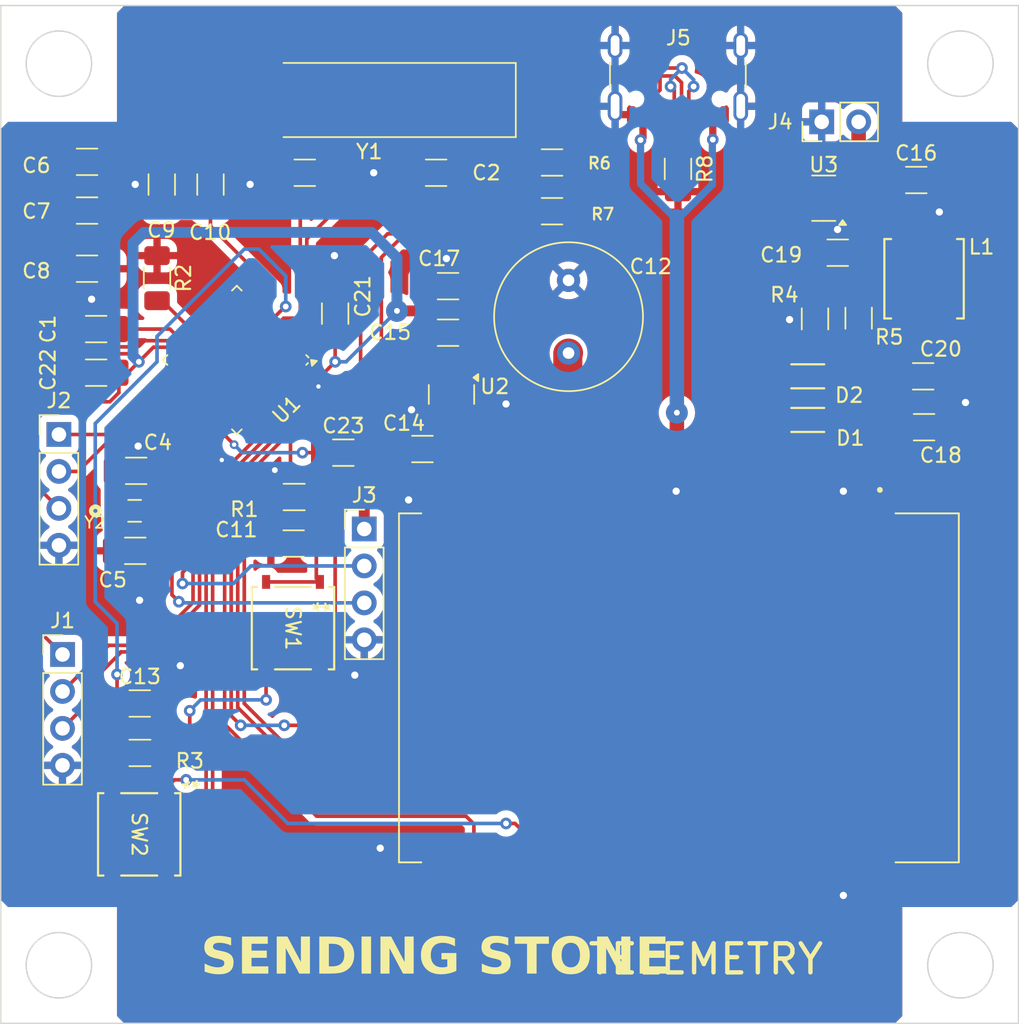
<source format=kicad_pcb>
(kicad_pcb (version 20240108) (generator "pcbnew") (generator_version "8.0")
  (layers (0 "F.Cu" signal) (31 "B.Cu" signal) (34 "B.Paste" user) (35 "F.Paste" user) (36 "B.SilkS" user "B.Silkscreen") (37 "F.SilkS" user "F.Silkscreen") (38 "B.Mask" user) (39 "F.Mask" user) (44 "Edge.Cuts" user))
  (net 0 "")
  (net 1 "GND")
  (net 2 "Net-(U1-VCAP1)")
  (net 3 "Net-(U1-PH0)")
  (net 4 "Net-(U1-PH1)")
  (net 5 "Net-(U1-PB14)")
  (net 6 "Net-(U1-PB15)")
  (net 7 "+3.3V")
  (net 8 "VREF+")
  (net 9 "BOOT0")
  (net 10 "+5V")
  (net 11 "NRST")
  (net 12 "Net-(J4-Pin_2)")
  (net 13 "Net-(U3-SW)")
  (net 14 "Net-(U3-BST)")
  (net 15 "DIO1")
  (net 16 "MISO")
  (net 17 "NSS")
  (net 19 "MOSI")
  (net 22 "SCK")
  (net 24 "DIO2")
  (net 25 "SWCLK")
  (net 26 "SWDIO")
  (net 27 "RX2")
  (net 28 "TX2")
  (net 29 "TX")
  (net 30 "RX")
  (net 32 "USB Dp")
  (net 33 "USB Dn")
  (net 34 "Net-(J5-CC1)")
  (net 36 "PB2")
  (net 37 "Net-(U3-FB)")
  (net 57 "Net-(U1-PB8)")
  (net 58 "Net-(U1-PB9)")
  (footprint "Capacitor_SMD:C_1206_3216Metric_Pad1.33x1.80mm_HandSolder" (layer "F.Cu") (at 134.164559 104.245177)
    (property "Reference" "R7")
    (property "Value" "10")
  )
  (footprint "Connector_PinHeader_2.54mm:PinHeader_1x04_P2.54mm_Vertical" (layer "F.Cu") (at 100.5 134.73)
    (property "Reference" "J1")
    (property "Value" "Conn_01x04_Pin")
  )
  (footprint "Resistor_SMD:R_1206_3216Metric_Pad1.30x1.75mm_HandSolder" (layer "F.Cu") (at 105.824999 141.500001 180)
    (property "Reference" "R3")
    (property "Value" "10K")
  )
  (footprint "Connector_USB:USB_C_Receptacle_GCT_USB4105-xx-A_16P_TopMnt_Horizontal" (layer "F.Cu") (at 142.82 93.925 180)
    (property "Reference" "J5")
    (property "Value" "USB_C_Receptacle_USB2.0_16P")
  )
  (footprint "Package_TO_SOT_SMD:SOT-23" (layer "F.Cu") (at 127.249999 116.85 -90)
    (property "Reference" "U2")
    (property "Value" "MCP1700x-250xxTT")
  )
  (footprint "Capacitor_SMD:C_1206_3216Metric_Pad1.33x1.80mm_HandSolder" (layer "F.Cu") (at 142.826558 101.335941 -90)
    (property "Reference" "R8")
    (property "Value" "5.1k")
  )
  (footprint "Capacitor_SMD:C_1206_3216Metric_Pad1.33x1.80mm_HandSolder" (layer "F.Cu") (at 102.1875 104.199999)
    (property "Reference" "C7")
    (property "Value" "0.1uF")
  )
  (footprint "Capacitor_SMD:C_1206_3216Metric_Pad1.33x1.80mm_HandSolder" (layer "F.Cu") (at 119.8125 120.85)
    (property "Reference" "C23")
    (property "Value" "100nF")
  )
  (footprint "Capacitor_SMD:C_1206_3216Metric_Pad1.33x1.80mm_HandSolder" (layer "F.Cu") (at 107.325 102.4125 90)
    (property "Reference" "C9")
    (property "Value" "0.1uF")
  )
  (footprint "E22-900M30S:XCVR_E22-900M30S" (layer "F.Cu") (at 142.89 137.025 90)
    (property "Reference" "IC1" (hide yes))
    (property "Value" "E22-900M22S")
  )
  (footprint "Capacitor_SMD:C_1206_3216Metric_Pad1.33x1.80mm_HandSolder" (layer "F.Cu") (at 159.6875 115.6 180)
    (property "Reference" "C20")
    (property "Value" "22uF")
  )
  (footprint "Capacitor_SMD:C_1206_3216Metric_Pad1.33x1.80mm_HandSolder" (layer "F.Cu") (at 102.8125 112.35)
    (property "Reference" "C1")
    (property "Value" "2.2uF")
  )
  (footprint "PTS526_SM15_SMTR2_LFS:SON4_PTS526 SM15 SMTR2 LFS_CNK" (layer "F.Cu") (at 105.775 147.1 -90)
    (property "Reference" "SW2")
    (property "Value" "SW_MEC_5E")
  )
  (footprint "Resistor_SMD:R_1206_3216Metric_Pad1.30x1.75mm_HandSolder" (layer "F.Cu") (at 116.4294 123.9)
    (property "Reference" "R1")
    (property "Value" "10K")
  )
  (footprint "Capacitor_SMD:C_1206_3216Metric_Pad1.33x1.80mm_HandSolder" (layer "F.Cu") (at 102.187499 108.2)
    (property "Reference" "C8")
    (property "Value" "0.1uF")
  )
  (footprint "Capacitor_SMD:C_1206_3216Metric_Pad1.33x1.80mm_HandSolder" (layer "F.Cu") (at 125.249999 120.599999 180)
    (property "Reference" "C14")
    (property "Value" "4.6uF")
  )
  (footprint "Resistor_SMD:R_1206_3216Metric_Pad1.30x1.75mm_HandSolder" (layer "F.Cu") (at 107 108.85 -90)
    (property "Reference" "R2")
    (property "Value" "10K")
  )
  (footprint "Capacitor_SMD:C_1206_3216Metric_Pad1.33x1.80mm_HandSolder" (layer "F.Cu") (at 127.0125 109.4)
    (property "Reference" "C17")
    (property "Value" "0.01uF")
  )
  (footprint "Capacitor_SMD:C_1206_3216Metric_Pad1.33x1.80mm_HandSolder" (layer "F.Cu") (at 102.8125 115.35 180)
    (property "Reference" "C22")
    (property "Value" "100nF")
  )
  (footprint "Capacitor_SMD:C_1206_3216Metric_Pad1.33x1.80mm_HandSolder" (layer "F.Cu") (at 116.3919 127.1)
    (property "Reference" "C11")
    (property "Value" "0.1uF")
  )
  (footprint "Resistor_SMD:R_1206_3216Metric_Pad1.30x1.75mm_HandSolder" (layer "F.Cu") (at 152.25 111.65 90)
    (property "Reference" "R4")
    (property "Value" "10k")
  )
  (footprint "PLZ5V1C_G3_H:CR_1C-G3&slash_H_VIS" (layer "F.Cu") (at 151.75 118.599999 180)
    (property "Reference" "D1")
    (property "Value" "5.23V")
  )
  (footprint "Capacitor_SMD:C_1206_3216Metric_Pad1.33x1.80mm_HandSolder" (layer "F.Cu") (at 119.25 111.2875 -90)
    (property "Reference" "C21")
    (property "Value" "100nF")
  )
  (footprint "Capacitor_SMD:C_1206_3216Metric_Pad1.33x1.80mm_HandSolder" (layer "F.Cu") (at 105.8125 138.1)
    (property "Reference" "C13")
    (property "Value" "0.1uF")
  )
  (footprint "Connector_PinHeader_2.54mm:PinHeader_1x04_P2.54mm_Vertical" (layer "F.Cu") (at 100.25 119.6)
    (property "Reference" "J2")
    (property "Value" "Serial Debug Header 1x4")
  )
  (footprint "Capacitor_SMD:C_1206_3216Metric_Pad1.33x1.80mm_HandSolder" (layer "F.Cu") (at 153.8125 107.1)
    (property "Reference" "C19")
    (property "Value" "100nF")
  )
  (footprint "Crystal:Crystal_SMD_HC49-SD_HandSoldering" (layer "F.Cu") (at 121.5975 96.6 180)
    (property "Reference" "Y1")
    (property "Value" "25MHZ 20pF")
  )
  (footprint "PTS526_SM15_SMTR2_LFS:SON4_PTS526 SM15 SMTR2 LFS_CNK" (layer "F.Cu") (at 116.349999 132.919651 -90)
    (property "Reference" "SW1")
    (property "Value" "SW_MEC_5E")
  )
  (footprint "ECS__327_12_5_34RR_TR:XTAL_ECS-.327-12.5-34RR-TR" (layer "F.Cu") (at 105.458209 124.85)
    (property "Reference" "Y2")
    (property "Value" "32.768k 12.5pF")
  )
  (footprint "PLZ5V1C_G3_H:CR_1C-G3&slash_H_VIS" (layer "F.Cu") (at 151.75 115.6 180)
    (property "Reference" "D2")
    (property "Value" "5.23V")
  )
  (footprint "Capacitor_SMD:C_1206_3216Metric_Pad1.33x1.80mm_HandSolder" (layer "F.Cu") (at 117.159999 101.6 180)
    (property "Reference" "C3" (hide yes))
    (property "Value" "16pF")
  )
  (footprint "Connector_PinHeader_2.54mm:PinHeader_1x04_P2.54mm_Vertical" (layer "F.Cu") (at 121.25 126.1)
    (property "Reference" "J3")
    (property "Value" "GPS" (hide yes))
  )
  (footprint "Capacitor_THT:C_Radial_D10.0mm_H20.0mm_P5.00mm" (layer "F.Cu") (at 135.3 114 90)
    (property "Reference" "C12")
    (property "Value" "1F")
  )
  (footprint "Capacitor_SMD:C_1206_3216Metric_Pad1.33x1.80mm_HandSolder" (layer "F.Cu") (at 105.499999 127.6 180)
    (property "Reference" "C5")
    (property "Value" "5pF")
  )
  (footprint "Capacitor_SMD:C_1206_3216Metric_Pad1.33x1.80mm_HandSolder" (layer "F.Cu") (at 105.562499 122.1 180)
    (property "Reference" "C4")
    (property "Value" "5pF")
  )
  (footprint "Capacitor_SMD:C_1206_3216Metric_Pad1.33x1.80mm_HandSolder" (layer "F.Cu") (at 159.2125 102.1)
    (property "Reference" "C16")
    (property "Value" "10uF")
  )
  (footprint "Capacitor_SMD:C_1206_3216Metric_Pad1.33x1.80mm_HandSolder" (layer "F.Cu") (at 102.187499 100.849999)
    (property "Reference" "C6")
    (property "Value" "0.1uF")
  )
  (footprint "Capacitor_SMD:C_1206_3216Metric_Pad1.33x1.80mm_HandSolder" (layer "F.Cu") (at 159.75 119.1 180)
    (property "Reference" "C18")
    (property "Value" "22uF")
  )
  (footprint "Capacitor_SMD:C_1206_3216Metric_Pad1.33x1.80mm_HandSolder" (layer "F.Cu") (at 127.0125 112.6)
    (property "Reference" "C15")
    (property "Value" "4.7uF")
  )
  (footprint "Resistor_SMD:R_1206_3216Metric_Pad1.30x1.75mm_HandSolder" (layer "F.Cu") (at 155.25 111.6 -90)
    (property "Reference" "R5")
    (property "Value" "52.3k")
  )
  (footprint "Package_DFN_QFN:QFN-48-1EP_7x7mm_P0.5mm_EP5.6x5.6mm" (layer "F.Cu") (at 112.486136 114.474777 -135)
    (property "Reference" "U1")
    (property "Value" "STM32F411CEUx" (hide yes))
  )
  (footprint "Capacitor_SMD:C_1206_3216Metric_Pad1.33x1.80mm_HandSolder" (layer "F.Cu") (at 110.675 102.4125 90)
    (property "Reference" "C10")
    (property "Value" "1uF")
  )
  (footprint "Package_TO_SOT_SMD:TSOT-23-6" (layer "F.Cu") (at 152.85 103.349999 180)
    (property "Reference" "U3")
    (property "Value" "AP62200WU")
  )
  (footprint "SRN5040_3R3M:IND_SRN5040_BRN" (layer "F.Cu") (at 159.75 108.8907 -90)
    (property "Reference" "L1")
    (property "Value" "4.7uH")
  )
  (footprint "Connector_PinHeader_2.54mm:PinHeader_1x02_P2.54mm_Vertical" (layer "F.Cu") (at 152.71 98.1 90)
    (property "Reference" "J4")
    (property "Value" "Batt")
  )
  (footprint "Capacitor_SMD:C_1206_3216Metric_Pad1.33x1.80mm_HandSolder" (layer "F.Cu") (at 134.164559 100.895176)
    (property "Reference" "R6")
    (property "Value" "10")
  )
  (footprint "Capacitor_SMD:C_1206_3216Metric_Pad1.33x1.80mm_HandSolder" (layer "F.Cu") (at 126.192499 101.6)
    (property "Reference" "C2")
    (property "Value" "16pF")
  )
  (gr_circle (center 162.25 94.1) (end 160 94.1) (stroke (width 0.1)) (fill none) (layer "Edge.Cuts"))
  (gr_rect (start 96.25 90.1) (end 166.25 160.1) (stroke (width 0.1)) (fill none) (layer "Edge.Cuts"))
  (gr_circle (center 100.25 94.1) (end 98 94.1) (stroke (width 0.1)) (fill none) (layer "Edge.Cuts"))
  (gr_circle (center 162.25 156.1) (end 164.5 156.1) (stroke (width 0.1)) (fill none) (layer "Edge.Cuts"))
  (gr_circle (center 100.25 156.1) (end 98 156.1) (stroke (width 0.1)) (fill none) (layer "Edge.Cuts"))
  (gr_text "SENDING STONE" (at 110 157.099999 0) (layer "F.SilkS") (effects (font (size 2.5 2.5) (thickness 0.5) (bold yes)) (justify left bottom)))
  (gr_text "TELEMETRY" (at 136.5 156.85 0) (layer "F.SilkS") (effects (font (size 2 2) (thickness 0.3)) (justify left bottom)))
  (segment (start 117.49334 116.3) (end 118.1 116.3) (width 0.25) (layer "F.Cu") (net 1))
  (segment (start 103.749999 100.85) (end 107.324999 100.849999) (width 0.75) (layer "F.Cu") (net 1))
  (segment (start 102.475 113.575) (end 101.25 112.349999) (width 0.25) (layer "F.Cu") (net 1))
  (segment (start 115.668117 114.474777) (end 112.486136 114.474777) (width 0.25) (layer "F.Cu") (net 1))
  (segment (start 116.507806 115.314466) (end 117.49334 116.3) (width 0.25) (layer "F.Cu") (net 1))
  (segment (start 108.464466 113.635088) (end 107.979378 113.15) (width 0.25) (layer "F.Cu") (net 1))
  (segment (start 103.749999 104.199999) (end 103.75 100.849999) (width 0.75) (layer "F.Cu") (net 1))
  (segment (start 105.125 113.575) (end 102.475 113.575) (width 0.25) (layer "F.Cu") (net 1))
  (segment (start 111.275 118.867894) (end 111.646447 118.496447) (width 0.25) (layer "F.Cu") (net 1))
  (segment (start 109.304155 114.474777) (end 112.486136 114.474777) (width 0.25) (layer "F.Cu") (net 1))
  (segment (start 114.386485 111.513767) (end 112.486136 113.414116) (width 0.25) (layer "F.Cu") (net 1))
  (segment (start 111.449999 121.356928) (end 111.275001 121.18193) (width 0.25) (layer "F.Cu") (net 1))
  (segment (start 103.749999 108.199999) (end 103.749999 104.199999) (width 0.75) (layer "F.Cu") (net 1))
  (segment (start 107.979378 113.15) (end 105.55 113.15) (width 0.25) (layer "F.Cu") (net 1))
  (segment (start 112.486136 113.414116) (end 112.486136 114.474777) (width 0.25) (layer "F.Cu") (net 1))
  (segment (start 110.675 100.85) (end 107.324999 100.849999) (width 0.75) (layer "F.Cu") (net 1))
  (segment (start 108.464466 113.635088) (end 109.304155 114.474777) (width 0.25) (layer "F.Cu") (net 1))
  (segment (start 105.55 113.15) (end 105.125 113.575) (width 0.25) (layer "F.Cu") (net 1))
  (segment (start 116.507806 115.314466) (end 115.668117 114.474777) (width 0.25) (layer "F.Cu") (net 1))
  (segment (start 111.275001 121.18193) (end 111.275 118.867894) (width 0.25) (layer "F.Cu") (net 1))
  (via (at 154.2 123.5) (size 1) (drill 0.5) (layers "F.Cu" "B.Cu") (net 1))
  (via (at 142.7 123.5) (size 1) (drill 0.5) (layers "F.Cu" "B.Cu") (net 1))
  (via (at 121.9 101.6) (size 1) (drill 0.5) (layers "F.Cu" "B.Cu") (net 1))
  (via (at 118.1 116.3) (size 0.6) (drill 0.3) (layers "F.Cu" "B.Cu") (net 1))
  (via (at 105.8 131) (size 1) (drill 0.5) (layers "F.Cu" "B.Cu") (net 1))
  (via (at 105.7 120.4) (size 1) (drill 0.5) (layers "F.Cu" "B.Cu") (net 1))
  (via (at 120.6 136.15) (size 1) (drill 0.5) (layers "F.Cu" "B.Cu") (net 1))
  (via (at 153.799999 105.5) (size 1) (drill 0.5) (layers "F.Cu" "B.Cu") (net 1))
  (via (at 150.5 111.7) (size 1) (drill 0.5) (layers "F.Cu" "B.Cu") (net 1))
  (via (at 111.449999 121.356928) (size 0.6) (drill 0.3) (layers "F.Cu" "B.Cu") (net 1))
  (via (at 162.6 117.4) (size 1) (drill 0.5) (layers "F.Cu" "B.Cu") (net 1))
  (via (at 105.5 102.4) (size 1) (drill 0.5) (layers "F.Cu" "B.Cu") (net 1))
  (via (at 130.999999 117.499999) (size 1) (drill 0.5) (layers "F.Cu" "B.Cu") (net 1))
  (via (at 115.1 122.05) (size 0.8) (drill 0.4) (layers "F.Cu" "B.Cu") (net 1))
  (via (at 160.8 104.3) (size 1) (drill 0.5) (layers "F.Cu" "B.Cu") (net 1))
  (via (at 126.9 107.500001) (size 1) (drill 0.5) (layers "F.Cu" "B.Cu") (net 1))
  (via (at 122.35 148.05) (size 1) (drill 0.5) (layers "F.Cu" "B.Cu") (net 1))
  (via (at 119.2 107.3) (size 1) (drill 0.5) (layers "F.Cu" "B.Cu") (net 1))
  (via (at 113.4 102.399999) (size 1) (drill 0.5) (layers "F.Cu" "B.Cu") (net 1))
  (via (at 124.299999 124.1) (size 1) (drill 0.5) (layers "F.Cu" "B.Cu") (net 1))
  (via (at 102.5 110.3) (size 1) (drill 0.5) (layers "F.Cu" "B.Cu") (net 1))
  (via (at 108.6 135.499999) (size 1) (drill 0.5) (layers "F.Cu" "B.Cu") (net 1))
  (via (at 154.2 151.3) (size 1) (drill 0.5) (layers "F.Cu" "B.Cu") (net 1))
  (via (at 124.5 117.9) (size 1) (drill 0.5) (layers "F.Cu" "B.Cu") (net 1))
  (segment (start 104.559528 112.358514) (end 104.551014 112.35) (width 0.25) (layer "F.Cu") (net 2))
  (segment (start 108.81802 113.281534) (end 107.886486 112.35) (width 0.25) (layer "F.Cu") (net 2))
  (segment (start 107.886486 112.35) (end 104.375 112.35) (width 0.25) (layer "F.Cu") (net 2))
  (segment (start 125.255 104.1) (end 127.755 101.6) (width 0.25) (layer "F.Cu") (net 3))
  (segment (start 115.971574 112.049999) (end 116.836396 112.05) (width 0.25) (layer "F.Cu") (net 3))
  (segment (start 117.3 111.586396) (end 117.299999 106.1551) (width 0.25) (layer "F.Cu") (net 3))
  (segment (start 127.534999 96.6) (end 127.535 101.38) (width 0.75) (layer "F.Cu") (net 3))
  (segment (start 117.299999 106.1551) (end 119.3551 104.099999) (width 0.25) (layer "F.Cu") (net 3))
  (segment (start 116.836396 112.05) (end 117.3 111.586396) (width 0.25) (layer "F.Cu") (net 3))
  (segment (start 115.447145 112.574428) (end 115.971574 112.049999) (width 0.25) (layer "F.Cu") (net 3))
  (segment (start 119.3551 104.099999) (end 125.255 104.1) (width 0.25) (layer "F.Cu") (net 3))
  (segment (start 116.85 111.4) (end 116.65 111.6) (width 0.25) (layer "F.Cu") (net 4))
  (segment (start 116.85 102.8525) (end 116.85 111.4) (width 0.25) (layer "F.Cu") (net 4))
  (segment (start 116.65 111.6) (end 115.714466 111.599999) (width 0.25) (layer "F.Cu") (net 4))
  (segment (start 115.5975 101.6) (end 116.85 102.8525) (width 0.25) (layer "F.Cu") (net 4))
  (segment (start 115.714466 111.599999) (end 115.093591 112.220874) (width 0.25) (layer "F.Cu") (net 4))
  (segment (start 115.659999 96.6) (end 115.659999 101.537499) (width 0.75) (layer "F.Cu") (net 4))
  (segment (start 115.438123 101.759377) (end 115.5975 101.6) (width 0.25) (layer "F.Cu") (net 4))
  (segment (start 106.28943 119.271411) (end 105.921735 118.903714) (width 0.25) (layer "F.Cu") (net 5))
  (segment (start 106.713694 119.186559) (end 106.628842 119.271411) (width 0.25) (layer "F.Cu") (net 5))
  (segment (start 105.310261 119.175779) (end 103.999999 120.486041) (width 0.25) (layer "F.Cu") (net 5))
  (segment (start 105.582324 118.903715) (end 105.497471 118.988569) (width 0.25) (layer "F.Cu") (net 5))
  (segment (start 103.999999 124.641789) (end 104.208209 124.85) (width 0.75) (layer "F.Cu") (net 5))
  (segment (start 105.497471 118.988569) (end 105.310261 119.175779) (width 0.25) (layer "F.Cu") (net 5))
  (segment (start 108.818019 115.668019) (end 106.345999 118.140041) (width 0.25) (layer "F.Cu") (net 5))
  (segment (start 106.345998 118.479453) (end 106.713695 118.847147) (width 0.25) (layer "F.Cu") (net 5))
  (segment (start 103.999999 122.100001) (end 103.999999 124.641789) (width 0.75) (layer "F.Cu") (net 5))
  (segment (start 103.999999 120.486041) (end 103.999999 122.100001) (width 0.25) (layer "F.Cu") (net 5))
  (arc (start 106.345999 118.140041) (mid 106.275705 118.309747) (end 106.345998 118.479453) (width 0.25) (layer "F.Cu") (net 5))
  (arc (start 106.713695 118.847147) (mid 106.783988 119.016853) (end 106.713694 119.186559) (width 0.25) (layer "F.Cu") (net 5))
  (arc (start 105.921735 118.903714) (mid 105.75203 118.83342) (end 105.582324 118.903715) (width 0.25) (layer "F.Cu") (net 5))
  (arc (start 106.628842 119.271411) (mid 106.459137 119.341705) (end 106.28943 119.271411) (width 0.25) (layer "F.Cu") (net 5))
  (segment (start 107.0625 125.20429) (end 106.708209 124.85) (width 0.75) (layer "F.Cu") (net 6))
  (segment (start 106.708209 124.85) (end 108.112499 123.44571) (width 0.25) (layer "F.Cu") (net 6))
  (segment (start 107.062499 127.599999) (end 107.0625 125.20429) (width 0.75) (layer "F.Cu") (net 6))
  (segment (start 109.171573 116.021573) (end 108.112499 117.080647) (width 0.25) (layer "F.Cu") (net 6))
  (segment (start 108.112499 123.44571) (end 108.112499 117.080647) (width 0.25) (layer "F.Cu") (net 6))
  (segment (start 99.85 113.65) (end 99.85 108.974999) (width 0.25) (layer "F.Cu") (net 7))
  (segment (start 119.25 112.85) (end 119.25 114.6) (width 0.25) (layer "F.Cu") (net 7))
  (segment (start 100.25 114.05) (end 99.85 113.65) (width 0.25) (layer "F.Cu") (net 7))
  (segment (start 126.3 115.912499) (end 126.3 115.05) (width 0.75) (layer "F.Cu") (net 7))
  (segment (start 105 115.35) (end 105.75 114.6) (width 0.25) (layer "F.Cu") (net 7))
  (segment (start 109.25 140.35) (end 108.099999 141.500001) (width 0.25) (layer "F.Cu") (net 7))
  (segment (start 125.45 111.1) (end 123.5 111.1) (width 0.75) (layer "F.Cu") (net 7))
  (segment (start 105.75 114.6) (end 105.2 114.05) (width 0.25) (layer "F.Cu") (net 7))
  (segment (start 108.099999 141.500001) (end 107.375 141.500001) (width 0.25) (layer "F.Cu") (net 7))
  (segment (start 107.75 113.6) (end 108.110913 113.960913) (width 0.25) (layer "F.Cu") (net 7))
  (segment (start 109.25 138.6) (end 109.25 140.35) (width 0.25) (layer "F.Cu") (net 7))
  (segment (start 116.861359 114.961359) (end 117.5 115.6) (width 0.25) (layer "F.Cu") (net 7))
  (segment (start 100.625 108.199999) (end 100.624999 108.2) (width 0.75) (layer "F.Cu") (net 7))
  (segment (start 114.499999 136.1) (end 114.5 137.849999) (width 0.25) (layer "F.Cu") (net 7))
  (segment (start 99.85 108.974999) (end 100.624999 108.2) (width 0.25) (layer "F.Cu") (net 7))
  (segment (start 104.375 116.725) (end 103.75 117.349999) (width 0.25) (layer "F.Cu") (net 7))
  (segment (start 119.25 121.85) (end 118.249999 120.85) (width 0.25) (layer "F.Cu") (net 7))
  (segment (start 108.110913 113.960913) (end 108.110913 113.988641) (width 0.25) (layer "F.Cu") (net 7))
  (segment (start 99.25 117.35) (end 98.25 118.35) (width 0.25) (layer "F.Cu") (net 7))
  (segment (start 119.25 114.6) (end 118.25 115.6) (width 0.25) (layer "F.Cu") (net 7))
  (segment (start 100.625 104.199999) (end 100.625 108.199999) (width 0.75) (layer "F.Cu") (net 7))
  (segment (start 111.725 119.124999) (end 111.999999 118.85) (width 0.25) (layer "F.Cu") (net 7))
  (segment (start 103.75 117.349999) (end 99.25 117.35) (width 0.25) (layer "F.Cu") (net 7))
  (segment (start 118.25 115.6) (end 117.5 115.6) (width 0.25) (layer "F.Cu") (net 7))
  (segment (start 104.375 115.35) (end 105 115.35) (width 0.25) (layer "F.Cu") (net 7))
  (segment (start 98.25 132.48) (end 100.5 134.73) (width 0.25) (layer "F.Cu") (net 7))
  (segment (start 116.861359 114.960913) (end 116.861359 114.961359) (width 0.25) (layer "F.Cu") (net 7))
  (segment (start 124.899999 114.2) (end 125.45 114.2) (width 0.25) (layer "F.Cu") (net 7))
  (segment (start 114.499999 136.1) (end 118.199998 136.1) (width 0.25) (layer "F.Cu") (net 7))
  (segment (start 118.249999 120.85) (end 117 120.85) (width 0.25) (layer "F.Cu") (net 7))
  (segment (start 126.3 115.05) (end 125.8 114.55) (width 0.75) (layer "F.Cu") (net 7))
  (segment (start 98.25 122.679999) (end 98.25 132.48) (width 0.25) (layer "F.Cu") (net 7))
  (segment (start 125.8 114.55) (end 125.45 114.2) (width 0.75) (layer "F.Cu") (net 7))
  (segment (start 118.199998 136.1) (end 119.25 135.049998) (width 0.25) (layer "F.Cu") (net 7))
  (segment (start 105.2 114.05) (end 100.25 114.05) (width 0.25) (layer "F.Cu") (net 7))
  (segment (start 105.75 114.6) (end 106.749999 113.6) (width 0.25) (layer "F.Cu") (net 7))
  (segment (start 104.375 115.35) (end 104.375 116.725) (width 0.25) (layer "F.Cu") (net 7))
  (segment (start 119.25 114.849999) (end 119.25 114.6) (width 0.25) (layer "F.Cu") (net 7))
  (segment (start 112.3 120.299999) (end 111.725 119.724999) (width 0.25) (layer "F.Cu") (net 7))
  (segment (start 98.25 122.679999) (end 100.25 124.679999) (width 0.25) (layer "F.Cu") (net 7))
  (segment (start 125.45 111.1) (end 125.45 109.4) (width 0.75) (layer "F.Cu") (net 7))
  (segment (start 100.624999 100.849999) (end 100.624999 104.199998) (width 0.75) (layer "F.Cu") (net 7))
  (segment (start 98.25 118.35) (end 98.25 122.679999) (width 0.25) (layer "F.Cu") (net 7))
  (segment (start 106.749999 113.6) (end 107.75 113.6) (width 0.25) (layer "F.Cu") (net 7))
  (segment (start 111.725 119.724999) (end 111.725 119.124999) (width 0.25) (layer "F.Cu") (net 7))
  (segment (start 100.624999 104.199998) (end 100.625 104.199999) (width 0.75) (layer "F.Cu") (net 7))
  (segment (start 118.249999 120.85) (end 124.899999 114.2) (width 0.25) (layer "F.Cu") (net 7))
  (segment (start 125.45 112.6) (end 125.45 111.1) (width 0.75) (layer "F.Cu") (net 7))
  (segment (start 119.25 135.049998) (end 119.25 121.85) (width 0.25) (layer "F.Cu") (net 7))
  (segment (start 125.45 114.2) (end 125.45 112.6) (width 0.75) (layer "F.Cu") (net 7))
  (via (at 112.3 120.299999) (size 0.6) (drill 0.3) (layers "F.Cu" "B.Cu") (net 7))
  (via (at 123.5 111.1) (size 1.5) (drill 0.4) (layers "F.Cu" "B.Cu") (net 7))
  (via (at 109.25 138.6) (size 0.8) (drill 0.4) (layers "F.Cu" "B.Cu") (net 7))
  (via (at 117 120.85) (size 0.8) (drill 0.4) (layers "F.Cu" "B.Cu") (net 7))
  (via (at 119.25 114.6) (size 0.8) (drill 0.4) (layers "F.Cu" "B.Cu") (net 7))
  (via (at 114.5 137.849999) (size 0.8) (drill 0.4) (layers "F.Cu" "B.Cu") (net 7))
  (via (at 105.75 114.6) (size 0.8) (drill 0.4) (layers "F.Cu" "B.Cu") (net 7))
  (segment (start 105.35 114.2) (end 105.75 114.6) (width 0.75) (layer "B.Cu") (net 7))
  (segment (start 106.1 105.7) (end 105.35 106.45) (width 0.75) (layer "B.Cu") (net 7))
  (segment (start 120 114.6) (end 123.5 111.1) (width 0.25) (layer "B.Cu") (net 7))
  (segment (start 110 137.85) (end 109.25 138.6) (width 0.25) (layer "B.Cu") (net 7))
  (segment (start 114.5 137.849999) (end 110 137.85) (width 0.25) (layer "B.Cu") (net 7))
  (segment (start 119.25 114.6) (end 120 114.6) (width 0.25) (layer "B.Cu") (net 7))
  (segment (start 105.35 106.45) (end 105.35 114.2) (width 0.75) (layer "B.Cu") (net 7))
  (segment (start 123.5 111.1) (end 123.25 110.85) (width 0.25) (layer "B.Cu") (net 7))
  (segment (start 123.5 111.1) (end 123.5 107.45) (width 0.75) (layer "B.Cu") (net 7))
  (segment (start 121.75 105.7) (end 106.1 105.7) (width 0.75) (layer "B.Cu") (net 7))
  (segment (start 112.3 120.299999) (end 112.85 120.85) (width 0.25) (layer "B.Cu") (net 7))
  (segment (start 123.5 107.45) (end 121.75 105.7) (width 0.75) (layer "B.Cu") (net 7))
  (segment (start 112.85 120.85) (end 117 120.85) (width 0.25) (layer "B.Cu") (net 7))
  (segment (start 115 110.193146) (end 115 109.6) (width 0.25) (layer "F.Cu") (net 8))
  (segment (start 110.675 105.274999) (end 110.675 103.975) (width 0.25) (layer "F.Cu") (net 8))
  (segment (start 115 109.6) (end 110.675 105.274999) (width 0.25) (layer "F.Cu") (net 8))
  (segment (start 107.325 103.975) (end 110.675 103.975) (width 0.75) (layer "F.Cu") (net 8))
  (segment (start 114.032932 111.160214) (end 115 110.193146) (width 0.25) (layer "F.Cu") (net 8))
  (segment (start 117.9544 127.1) (end 117.9544 129.493704) (width 0.25) (layer "F.Cu") (net 9))
  (segment (start 117.979401 123.3294) (end 117.979401 123.9) (width 0.25) (layer "F.Cu") (net 9))
  (segment (start 117.979401 123.9) (end 117.979401 127.074999) (width 0.25) (layer "F.Cu") (net 9))
  (segment (start 117.9544 129.493704) (end 118.199998 129.739302) (width 0.25) (layer "F.Cu") (net 9))
  (segment (start 116.177463 121.527463) (end 117.979401 123.3294) (width 0.25) (layer "F.Cu") (net 9))
  (segment (start 117.979401 127.074999) (end 117.9544 127.1) (width 0.25) (layer "F.Cu") (net 9))
  (segment (start 116.177463 117.105443) (end 116.177463 121.527463) (width 0.25) (layer "F.Cu") (net 9))
  (segment (start 114.5 129.739302) (end 118.199998 129.739302) (width 0.25) (layer "F.Cu") (net 9))
  (segment (start 115.447146 116.375126) (end 116.177463 117.105443) (width 0.25) (layer "F.Cu") (net 9))
  (segment (start 153.75 121.6) (end 142.75 121.6) (width 2) (layer "F.Cu") (net 10))
  (segment (start 132.14 121.6) (end 131.33 122.41) (width 2) (layer "F.Cu") (net 10))
  (segment (start 155.25 113.15) (end 157.2814 113.15) (width 1) (layer "F.Cu") (net 10))
  (segment (start 135.25 114.05) (end 135.3 114) (width 2) (layer "F.Cu") (net 10))
  (segment (start 121.25 126.1) (end 121.25 124.1) (width 0.75) (layer "F.Cu") (net 10))
  (segment (start 127 120.6) (end 128.53125 119.06875) (width 0.75) (layer "F.Cu") (net 10))
  (segment (start 128.53125 119.06875) (end 129.53125 120.06875) (width 0.75) (layer "F.Cu") (net 10))
  (segment (start 131.33 121.8675) (end 131.33 122.41) (width 0.75) (layer "F.Cu") (net 10))
  (segment (start 145.22 97.605) (end 145.22 99.32) (width 0.5) (layer "F.Cu") (net 10))
  (segment (start 157.2814 113.15) (end 159.75 110.6814) (width 1) (layer "F.Cu") (net 10))
  (segment (start 142.75 121.6) (end 135.75 121.6) (width 2) (layer "F.Cu") (net 10))
  (segment (start 126.8125 120.599999) (end 127 120.6) (width 0.75) (layer "F.Cu") (net 10))
  (segment (start 130.89 122.85) (end 131.33 122.41) (width 0.75) (layer "F.Cu") (net 10))
  (segment (start 152.893 118.599999) (end 155.25 118.6) (width 0.75) (layer "F.Cu") (net 10))
  (segment (start 155.25 118.6) (end 155.25 120.1) (width 2) (layer "F.Cu") (net 10))
  (segment (start 121.25 124.1) (end 122.5 122.85) (width 0.75) (layer "F.Cu") (net 10))
  (segment (start 135.75 121.6) (end 135.25 121.1) (width 2) (layer "F.Cu") (net 10))
  (segment (start 127.25 117.7875) (end 128.53125 119.06875) (width 0.75) (layer "F.Cu") (net 10))
  (segment (start 155.75 119.1) (end 155.25 118.6) (width 0.75) (layer "F.Cu") (net 10))
  (segment (start 155.25 120.1) (end 153.75 121.6) (width 2) (layer "F.Cu") (net 10))
  (segment (start 140.42 99.18) (end 140.25 99.35) (width 0.5) (layer "F.Cu") (net 10))
  (segment (start 122.5 122.85) (end 130.89 122.85) (width 0.75) (layer "F.Cu") (net 10))
  (segment (start 142.75 118.1) (end 142.75 121.6) (width 1) (layer "F.Cu") (net 10))
  (segment (start 155.25 113.15) (end 155.25 115.6) (width 2) (layer "F.Cu") (net 10))
  (segment (start 135.25 121.1) (end 135.25 114.05) (width 2) (layer "F.Cu") (net 10))
  (segment (start 140.42 97.605) (end 140.42 99.18) (width 0.5) (layer "F.Cu") (net 10))
  (segment (start 158.125 115.6) (end 155.25 115.6) (width 0.75) (layer "F.Cu") (net 10))
  (segment (start 155.25 115.6) (end 155.25 118.6) (width 2) (layer "F.Cu") (net 10))
  (segment (start 129.53125 120.06875) (end 131.33 121.8675) (width 0.75) (layer "F.Cu") (net 10))
  (segment (start 135.75 121.6) (end 132.14 121.6) (width 2) (layer "F.Cu") (net 10))
  (segment (start 131.33 122.41) (end 131.33 125.45) (width 2) (layer "F.Cu") (net 10))
  (segment (start 152.893 115.6) (end 155.25 115.6) (width 0.75) (layer "F.Cu") (net 10))
  (segment (start 158.1875 119.1) (end 155.75 119.1) (width 0.75) (layer "F.Cu") (net 10))
  (via (at 142.75 118.1) (size 1.5) (drill 0.4) (layers "F.Cu" "B.Cu") (net 10))
  (via (at 145.22 99.32) (size 0.8) (drill 0.4) (layers "F.Cu" "B.Cu") (net 10))
  (via (at 140.25 99.35) (size 0.8) (drill 0.4) (layers "F.Cu" "B.Cu") (net 10))
  (segment (start 145.19 102.41) (end 143 104.6) (width 0.5) (layer "B.Cu") (net 10))
  (segment (start 140.28 99.32) (end 140.25 99.35) (width 0.5) (layer "B.Cu") (net 10))
  (segment (start 145.19 99.35) (end 145.19 102.41) (width 0.5) (layer "B.Cu") (net 10))
  (segment (start 143 104.6) (end 142.75 104.599999) (width 0.5) (layer "B.Cu") (net 10))
  (segment (start 145.22 99.32) (end 145.19 99.35) (width 0.5) (layer "B.Cu") (net 10))
  (segment (start 142.75 104.599999) (end 142.75 118.1) (width 1) (layer "B.Cu") (net 10))
  (segment (start 142.75 104.599999) (end 142.5 104.6) (width 0.5) (layer "B.Cu") (net 10))
  (segment (start 142.5 104.6) (end 140.25 102.35) (width 0.5) (layer "B.Cu") (net 10))
  (segment (start 140.25 102.35) (end 140.25 99.35) (width 0.5) (layer "B.Cu") (net 10))
  (segment (start 115.80736 110.8) (end 115.85 110.8) (width 0.25) (layer "F.Cu") (net 11))
  (segment (start 114.740039 111.867321) (end 115.80736 110.8) (width 0.25) (layer "F.Cu") (net 11))
  (segment (start 104.274998 141.5) (end 104.274998 143.819648) (width 0.25) (layer "F.Cu") (net 11))
  (segment (start 108.5 143.35) (end 109 143.35) (width 0.25) (layer "F.Cu") (net 11))
  (segment (start 108.19465 143.35) (end 108.5 143.35) (width 0.25) (layer "F.Cu") (net 11))
  (segment (start 133.869999 148.6) (end 131.62 146.35) (width 0.25) (layer "F.Cu") (net 11))
  (segment (start 107.624999 143.919651) (end 108.19465 143.35) (width 0.25) (layer "F.Cu") (net 11))
  (segment (start 107.624999 143.919651) (end 104.375001 143.919651) (width 0.25) (layer "F.Cu") (net 11))
  (segment (start 131.62 146.35) (end 131 146.35) (width 0.25) (layer "F.Cu") (net 11))
  (segment (start 104.25 141.475001) (end 104.274998 141.5) (width 0.25) (layer "F.Cu") (net 11))
  (segment (start 104.249999 138.1) (end 104.25 136.1) (width 0.25) (layer "F.Cu") (net 11))
  (segment (start 104.25 138.100001) (end 104.25 141.475001) (width 0.25) (layer "F.Cu") (net 11))
  (segment (start 104.375001 143.919651) (end 103.925001 143.919651) (width 0.25) (layer "F.Cu") (net 11))
  (segment (start 104.274998 143.819648) (end 104.375001 143.919651) (width 0.25) (layer "F.Cu") (net 11))
  (via (at 131 146.35) (size 0.8) (drill 0.4) (layers "F.Cu" "B.Cu") (net 11))
  (via (at 109 143.35) (size 0.8) (drill 0.4) (layers "F.Cu" "B.Cu") (net 11))
  (via (at 104.25 136.1) (size 0.8) (drill 0.4) (layers "F.Cu" "B.Cu") (net 11))
  (via (at 115.85 110.8) (size 0.8) (drill 0.4) (layers "F.Cu" "B.Cu") (net 11))
  (segment (start 115.85 110.8) (end 115.85 108.7) (width 0.25) (layer "B.Cu") (net 11))
  (segment (start 113 106.85) (end 107 112.85) (width 0.25) (layer "B.Cu") (net 11))
  (segment (start 115.85 108.7) (end 114.499999 107.35) (width 0.25) (layer "B.Cu") (net 11))
  (segment (start 104.25 132.6) (end 104.25 135.85) (width 0.25) (layer "B.Cu") (net 11))
  (segment (start 107 114.6) (end 102.75 118.85) (width 0.25) (layer "B.Cu") (net 11))
  (segment (start 109 143.35) (end 113 143.35) (width 0.25) (layer "B.Cu") (net 11))
  (segment (start 104.25 135.85) (end 104.25 136.1) (width 0.25) (layer "B.Cu") (net 11))
  (segment (start 107 113.1) (end 107 114.6) (width 0.25) (layer "B.Cu") (net 11))
  (segment (start 114.624999 107.474999) (end 114 106.85) (width 0.25) (layer "B.Cu") (net 11))
  (segment (start 114.499999 107.35) (end 114.624999 107.474999) (width 0.25) (layer "B.Cu") (net 11))
  (segment (start 113 143.35) (end 113.125 143.475) (width 0.25) (layer "B.Cu") (net 11))
  (segment (start 114 106.85) (end 113 106.85) (width 0.25) (layer "B.Cu") (net 11))
  (segment (start 102.75 118.85) (end 102.75 131.1) (width 0.25) (layer "B.Cu") (net 11))
  (segment (start 102.75 131.1) (end 104.25 132.6) (width 0.25) (layer "B.Cu") (net 11))
  (segment (start 116 146.35) (end 131 146.35) (width 0.25) (layer "B.Cu") (net 11))
  (segment (start 107 112.85) (end 107 113.1) (width 0.25) (layer "B.Cu") (net 11))
  (segment (start 113.125 143.475) (end 116 146.35) (width 0.25) (layer "B.Cu") (net 11))
  (segment (start 154.2875 102.1) (end 153.9875 102.4) (width 0.75) (layer "F.Cu") (net 12))
  (segment (start 155.25 98.1) (end 155.25 99.7) (width 1) (layer "F.Cu") (net 12))
  (segment (start 157.65 102.099999) (end 154.2875 102.1) (width 0.75) (layer "F.Cu") (net 12))
  (segment (start 155.25 99.7) (end 157.65 102.099999) (width 1) (layer "F.Cu") (net 12))
  (segment (start 154.72946 103.349999) (end 155.375 103.99554) (width 0.75) (layer "F.Cu") (net 13))
  (segment (start 153.9875 103.349999) (end 154.72946 103.349999) (width 0.75) (layer "F.Cu") (net 13))
  (segment (start 155.375 103.99554) (end 155.375 107.099999) (width 0.75) (layer "F.Cu") (net 13))
  (segment (start 155.375 107.099999) (end 159.75 107.1) (width 1) (layer "F.Cu") (net 13))
  (segment (start 152.25 107.1) (end 152.25 104.8375) (width 0.75) (layer "F.Cu") (net 14))
  (segment (start 152.25 104.8375) (end 151.7125 104.3) (width 0.75) (layer "F.Cu") (net 14))
  (segment (start 117.974695 145.85) (end 118.25 145.85) (width 0.25) (layer "F.Cu") (net 15))
  (segment (start 111.65 122.040812) (end 111.65 139.525304) (width 0.25) (layer "F.Cu") (net 15))
  (segment (start 128.79 146.39) (end 128.79 148.6) (width 0.25) (layer "F.Cu") (net 15))
  (segment (start 128.25 145.85) (end 128.79 146.39) (width 0.25) (layer "F.Cu") (net 15))
  (segment (start 118.25 145.85) (end 128.25 145.85) (width 0.25) (layer "F.Cu") (net 15))
  (segment (start 114.377463 119.313349) (end 111.65 122.040812) (width 0.25) (layer "F.Cu") (net 15))
  (segment (start 114.377463 118.133871) (end 114.377463 119.313349) (width 0.25) (layer "F.Cu") (net 15))
  (segment (start 114.032932 117.78934) (end 114.377463 118.133871) (width 0.25) (layer "F.Cu") (net 15))
  (segment (start 111.65 139.525304) (end 117.974695 145.85) (width 0.25) (layer "F.Cu") (net 15))
  (segment (start 114.740039 117.082233) (end 115.277463 117.619657) (width 0.25) (layer "F.Cu") (net 16))
  (segment (start 119.025305 144.85) (end 132.66 144.85) (width 0.25) (layer "F.Cu") (net 16))
  (segment (start 112.55 122.413604) (end 112.55 138.374695) (width 0.25) (layer "F.Cu") (net 16))
  (segment (start 115.277463 119.686141) (end 112.55 122.413604) (width 0.25) (layer "F.Cu") (net 16))
  (segment (start 112.55 138.374695) (end 119.025305 144.85) (width 0.25) (layer "F.Cu") (net 16))
  (segment (start 132.66 144.85) (end 136.41 148.6) (width 0.25) (layer "F.Cu") (net 16))
  (segment (start 115.277463 117.619657) (end 115.277463 119.686141) (width 0.25) (layer "F.Cu") (net 16))
  (segment (start 110.375 145.725) (end 115.065 150.415) (width 0.25) (layer "F.Cu") (net 17))
  (segment (start 110.375 118.35368) (end 110.375 145.725) (width 0.25) (layer "F.Cu") (net 17))
  (segment (start 142.214999 150.415) (end 144.03 148.6) (width 0.25) (layer "F.Cu") (net 17))
  (segment (start 110.93934 117.78934) (end 110.375 118.35368) (width 0.25) (layer "F.Cu") (net 17))
  (segment (start 115.065 150.415) (end 142.214999 150.415) (width 0.25) (layer "F.Cu") (net 17))
  (segment (start 138.95 148.6) (end 138.855 148.6) (width 0.25) (layer "F.Cu") (net 19))
  (segment (start 113 138.1) (end 113 122.6) (width 0.25) (layer "F.Cu") (net 19))
  (segment (start 119.3 144.4) (end 113 138.1) (width 0.25) (layer "F.Cu") (net 19))
  (segment (start 115.727463 119.872537) (end 115.727463 117.362551) (width 0.25) (layer "F.Cu") (net 19))
  (segment (start 115.727463 117.362551) (end 115.093592 116.72868) (width 0.25) (layer "F.Cu") (net 19))
  (segment (start 134.75 144.4) (end 119.3 144.4) (width 0.25) (layer "F.Cu") (net 19))
  (segment (start 138.95 148.6) (end 134.75 144.4) (width 0.25) (layer "F.Cu") (net 19))
  (segment (start 115.093592 116.72868) (end 115.12868 116.72868) (width 0.25) (layer "F.Cu") (net 19))
  (segment (start 113 122.6) (end 115.727463 119.872537) (width 0.25) (layer "F.Cu") (net 19))
  (segment (start 110.825 145.538604) (end 115.251396 149.965) (width 0.25) (layer "F.Cu") (net 22))
  (segment (start 115.251396 149.965) (end 140.125 149.965) (width 0.25) (layer "F.Cu") (net 22))
  (segment (start 111.292892 118.142892) (end 110.825 118.610786) (width 0.25) (layer "F.Cu") (net 22))
  (segment (start 110.825 118.610786) (end 110.825 145.538604) (width 0.25) (layer "F.Cu") (net 22))
  (segment (start 140.125 149.965) (end 141.49 148.6) (width 0.25) (layer "F.Cu") (net 22))
  (segment (start 119.719999 139.6) (end 133.869999 125.45) (width 0.25) (layer "F.Cu") (net 24))
  (segment (start 115.75 139.6) (end 119.719999 139.6) (width 0.25) (layer "F.Cu") (net 24))
  (segment (start 112.1 122.227208) (end 112.1 138.949999) (width 0.25) (layer "F.Cu") (net 24))
  (segment (start 114.827463 119.499745) (end 112.1 122.227208) (width 0.25) (layer "F.Cu") (net 24))
  (segment (start 114.386485 117.435787) (end 114.827463 117.876765) (width 0.25) (layer "F.Cu") (net 24))
  (segment (start 112.1 138.949999) (end 112.75 139.6) (width 0.25) (layer "F.Cu") (net 24))
  (segment (start 114.827463 117.876765) (end 114.827463 119.499745) (width 0.25) (layer "F.Cu") (net 24))
  (via (at 115.75 139.6) (size 0.8) (drill 0.4) (layers "F.Cu" "B.Cu") (net 24))
  (via (at 112.75 139.6) (size 0.8) (drill 0.4) (layers "F.Cu" "B.Cu") (net 24))
  (segment (start 112.75 139.6) (end 115.75 139.6) (width 0.25) (layer "B.Cu") (net 24))
  (segment (start 110.026789 117.973211) (end 109.925 118.075) (width 0.25) (layer "F.Cu") (net 25))
  (segment (start 106.711701 134.55) (end 104.5 134.55) (width 0.25) (layer "F.Cu") (net 25))
  (segment (start 109.925 131.336702) (end 109.780851 131.480851) (width 0.25) (layer "F.Cu") (net 25))
  (segment (start 103 137.309999) (end 102.999999 136.1) (width 0.25) (layer "F.Cu") (net 25))
  (segment (start 110.048363 117.973211) (end 110.026789 117.973211) (width 0.25) (layer "F.Cu") (net 25))
  (segment (start 102.999999 136.1) (end 104.5 134.599999) (width 0.25) (layer "F.Cu") (net 25))
  (segment (start 109.925 118.075) (end 109.925 131.336702) (width 0.25) (layer "F.Cu") (net 25))
  (segment (start 104.5 134.599999) (end 104.5 134.55) (width 0.25) (layer "F.Cu") (net 25))
  (segment (start 110.585786 117.435787) (end 110.048363 117.973211) (width 0.25) (layer "F.Cu") (net 25))
  (segment (start 109.780851 131.480851) (end 106.711701 134.55) (width 0.25) (layer "F.Cu") (net 25))
  (segment (start 100.5 139.809999) (end 103 137.309999) (width 0.25) (layer "F.Cu") (net 25))
  (segment (start 110.232232 117.082233) (end 110.167767 117.082233) (width 0.25) (layer "F.Cu") (net 26))
  (segment (start 106.525305 134.1) (end 103.67 134.099999) (width 0.25) (layer "F.Cu") (net 26))
  (segment (start 109.475 131.150305) (end 106.525305 134.1) (width 0.25) (layer "F.Cu") (net 26))
  (segment (start 100.5 137.811701) (end 100.5 137.270001) (width 0.25) (layer "F.Cu") (net 26))
  (segment (start 110.232232 117.082233) (end 109.474999 117.839466) (width 0.25) (layer "F.Cu") (net 26))
  (segment (start 109.475 131.150305) (end 109.474999 117.839466) (width 0.25) (layer "F.Cu") (net 26))
  (segment (start 103.67 134.099999) (end 100.5 137.269999) (width 0.25) (layer "F.Cu") (net 26))
  (segment (start 100.25 119.6) (end 103.471826 119.6) (width 0.25) (layer "F.Cu") (net 27))
  (segment (start 103.471826 119.6) (end 108.110913 114.960913) (width 0.25) (layer "F.Cu") (net 27))
  (segment (start 100.249999 122.139999) (end 101.568222 122.14) (width 0.25) (layer "F.Cu") (net 28))
  (segment (start 108.393756 115.314466) (end 108.464465 115.314466) (width 0.25) (layer "F.Cu") (net 28))
  (segment (start 101.568222 122.14) (end 108.393756 115.314466) (width 0.25) (layer "F.Cu") (net 28))
  (segment (start 109.525125 116.375125) (end 108.562499 117.337753) (width 0.25) (layer "F.Cu") (net 29))
  (segment (start 108.562499 128.287501) (end 108.025 128.825) (width 0.25) (layer "F.Cu") (net 29))
  (segment (start 108.562499 117.337753) (end 108.562499 128.287501) (width 0.25) (layer "F.Cu") (net 29))
  (segment (start 108.025 128.825) (end 108.025 130.624999) (width 0.25) (layer "F.Cu") (net 29))
  (segment (start 108.025 130.624999) (end 108.5 131.1) (width 0.25) (layer "F.Cu") (net 29))
  (via (at 108.5 131.1) (size 0.8) (drill 0.4) (layers "F.Cu" "B.Cu") (net 29))
  (segment (start 121.25 131.179999) (end 108.579999 131.179998) (width 0.25) (layer "B.Cu") (net 29))
  (segment (start 108.579999 131.179998) (end 108.5 131.1) (width 0.25) (layer "B.Cu") (net 29))
  (segment (start 109.87868 116.72868) (end 109.012499 117.594861) (width 0.25) (layer "F.Cu") (net 30))
  (segment (start 109.012499 117.594861) (end 109.012499 128.837501) (width 0.25) (layer "F.Cu") (net 30))
  (segment (start 108.75 129.1) (end 108.75 129.85) (width 0.25) (layer "F.Cu") (net 30))
  (segment (start 109.012499 128.837501) (end 108.75 129.1) (width 0.25) (layer "F.Cu") (net 30))
  (via (at 108.75 129.85) (size 0.8) (drill 0.4) (layers "F.Cu" "B.Cu") (net 30))
  (segment (start 108.75 129.85) (end 112.25 129.85) (width 0.25) (layer "B.Cu") (net 30))
  (segment (start 113.46 128.64) (end 121.25 128.64) (width 0.25) (layer "B.Cu") (net 30))
  (segment (start 112.25 129.85) (end 113.46 128.64) (width 0.25) (layer "B.Cu") (net 30))
  (segment (start 142.07 97.605) (end 142.07 96.962236) (width 0.25) (layer "F.Cu") (net 32))
  (segment (start 141.1 96) (end 141.5 96.000001) (width 0.25) (layer "F.Cu") (net 32))
  (segment (start 141.591 95.036) (end 141.5 94.945) (width 0.25) (layer "F.Cu") (net 32))
  (segment (start 140.9 96.2) (end 141.1 96) (width 0.25) (layer "F.Cu") (net 32))
  (segment (start 143.07 95.398695) (end 142.616305 94.945) (width 0.25) (layer "F.Cu") (net 32))
  (segment (start 141.1 96.6) (end 140.9 96.4) (width 0.25) (layer "F.Cu") (net 32))
  (segment (start 142.616305 94.945) (end 141.5 94.945) (width 0.25) (layer "F.Cu") (net 32))
  (segment (start 137.955 94.944999) (end 137.3 95.599999) (width 0.25) (layer "F.Cu") (net 32))
  (segment (start 141.707764 96.6) (end 141.1 96.6) (width 0.25) (layer "F.Cu") (net 32))
  (segment (start 141.591 95.909) (end 141.591 95.036) (width 0.25) (layer "F.Cu") (net 32))
  (segment (start 141.5 96.000001) (end 141.591 95.909) (width 0.25) (layer "F.Cu") (net 32))
  (segment (start 140.9 96.4) (end 140.9 96.2) (width 0.25) (layer "F.Cu") (net 32))
  (segment (start 142.07 96.962236) (end 141.707764 96.6) (width 0.25) (layer "F.Cu") (net 32))
  (segment (start 141.5 94.945) (end 137.955 94.944999) (width 0.25) (layer "F.Cu") (net 32))
  (segment (start 143.07 97.605) (end 143.07 95.398695) (width 0.25) (layer "F.Cu") (net 32))
  (segment (start 137.3 95.599999) (end 137.3 102.672235) (width 0.25) (layer "F.Cu") (net 32))
  (segment (start 137.3 102.672235) (end 135.727058 104.245177) (width 0.25) (layer "F.Cu") (net 32))
  (segment (start 142.57 95.924) (end 142.316 95.669999) (width 0.25) (layer "F.Cu") (net 33))
  (segment (start 135.727058 96.536545) (end 135.727059 100.895177) (width 0.25) (layer "F.Cu") (net 33))
  (segment (start 143.9 95.67) (end 143.570001 96) (width 0.25) (layer "F.Cu") (net 33))
  (segment (start 137.863604 94.4) (end 135.727058 96.536545) (width 0.25) (layer "F.Cu") (net 33))
  (segment (start 142.569999 97.604999) (end 142.57 95.924) (width 0.25) (layer "F.Cu") (net 33))
  (segment (start 143.570001 96) (end 143.57 97.605) (width 0.25) (layer "F.Cu") (net 33))
  (segment (start 143.1 94.4) (end 137.863604 94.4) (width 0.25) (layer "F.Cu") (net 33))
  (via (at 142.316 95.669999) (size 0.8) (drill 0.4) (layers "F.Cu" "B.Cu") (net 33))
  (via (at 143.9 95.67) (size 0.8) (drill 0.4) (layers "F.Cu" "B.Cu") (net 33))
  (via (at 143.1 94.4) (size 0.8) (drill 0.4) (layers "F.Cu" "B.Cu") (net 33))
  (segment (start 143.1 94.4) (end 142.316 95.184) (width 0.25) (layer "B.Cu") (net 33))
  (segment (start 142.316 95.184) (end 142.316 95.669999) (width 0.25) (layer "B.Cu") (net 33))
  (segment (start 143.899999 95.2) (end 143.1 94.4) (width 0.25) (layer "B.Cu") (net 33))
  (segment (start 143.9 95.67) (end 143.899999 95.2) (width 0.25) (layer "B.Cu") (net 33))
  (segment (start 144.07 98.53) (end 144.07 97.604999) (width 0.25) (layer "F.Cu") (net 34))
  (segment (start 142.595677 99.773441) (end 142.826559 99.773441) (width 0.25) (layer "F.Cu") (net 34))
  (segment (start 141.07 97.605) (end 141.07 98.247764) (width 0.25) (layer "F.Cu") (net 34))
  (segment (start 142.826559 99.773441) (end 144.07 98.53) (width 0.25) (layer "F.Cu") (net 34))
  (segment (start 141.07 98.247764) (end 142.595677 99.773441) (width 0.25) (layer "F.Cu") (net 34))
  (segment (start 107.350698 110.4) (end 107 110.4) (width 0.25) (layer "F.Cu") (net 36))
  (segment (start 109.525126 112.574428) (end 107.350698 110.4) (width 0.25) (layer "F.Cu") (net 36))
  (segment (start 152.3 110.05) (end 152.25 110.1) (width 1) (layer "F.Cu") (net 37))
  (segment (start 150.475 108.325) (end 150.475 102.89554) (width 0.75) (layer "F.Cu") (net 37))
  (segment (start 150.475 102.89554) (end 150.97054 102.4) (width 0.75) (layer "F.Cu") (net 37))
  (segment (start 150.97054 102.4) (end 151.7125 102.4) (width 0.75) (layer "F.Cu") (net 37))
  (segment (start 155.25 110.05) (end 152.3 110.05) (width 1) (layer "F.Cu") (net 37))
  (segment (start 152.25 110.1) (end 150.475 108.325) (width 0.75) (layer "F.Cu") (net 37))
  (segment (start 115.800699 116.021573) (end 117.379125 117.6) (width 0.25) (layer "F.Cu") (net 57))
  (segment (start 121.775 108.153397) (end 122.185 108.153396) (width 0.25) (layer "F.Cu") (net 57))
  (segment (start 122.425 114.225) (end 122.425 108.993397) (width 0.25) (layer "F.Cu") (net 57))
  (segment (start 119.05 117.6) (end 122.425 114.225) (width 0.25) (layer "F.Cu") (net 57))
  (segment (start 121.535 108.513397) (end 121.535 108.393397) (width 0.25) (layer "F.Cu") (net 57))
  (segment (start 117.379125 117.6) (end 119.05 117.6) (width 0.25) (layer "F.Cu") (net 57))
  (segment (start 122.185001 108.753397) (end 121.775 108.753397) (width 0.25) (layer "F.Cu") (net 57))
  (segment (start 122.801013 107.048987) (end 123.6 106.25) (width 0.25) (layer "F.Cu") (net 57))
  (segment (start 122.425 107.793397) (end 122.425 107.425) (width 0.25) (layer "F.Cu") (net 57))
  (segment (start 123.6 106.25) (end 130.597236 106.25) (width 0.25) (layer "F.Cu") (net 57))
  (segment (start 122.425 107.425) (end 122.801013 107.048987) (width 0.25) (layer "F.Cu") (net 57))
  (segment (start 122.425 107.913396) (end 122.425 107.793397) (width 0.25) (layer "F.Cu") (net 57))
  (segment (start 130.597236 106.25) (end 132.602059 104.245177) (width 0.25) (layer "F.Cu") (net 57))
  (arc (start 122.425 108.993397) (mid 122.354705 108.82369) (end 122.185001 108.753397) (width 0.25) (layer "F.Cu") (net 57))
  (arc (start 122.185 108.153396) (mid 122.354705 108.083103) (end 122.425 107.913396) (width 0.25) (layer "F.Cu") (net 57))
  (arc (start 121.535 108.393397) (mid 121.605294 108.223691) (end 121.775 108.153397) (width 0.25) (layer "F.Cu") (net 57))
  (arc (start 121.775 108.753397) (mid 121.605294 108.683103) (end 121.535 108.513397) (width 0.25) (layer "F.Cu") (net 57))
  (segment (start 129.666822 104.608176) (end 130.999999 103.274999) (width 0.25) (layer "F.Cu") (net 58))
  (segment (start 116.154252 115.66802) (end 117.486232 117) (width 0.25) (layer "F.Cu") (net 58))
  (segment (start 130.999999 103.274999) (end 131 102.497236) (width 0.25) (layer "F.Cu") (net 58))
  (segment (start 121 114.849999) (end 121 107.65797) (width 0.25) (layer "F.Cu") (net 58))
  (segment (start 118.849999 117) (end 121 114.849999) (width 0.25) (layer "F.Cu") (net 58))
  (segment (start 117.486232 117) (end 118.849999 117) (width 0.25) (layer "F.Cu") (net 58))
  (segment (start 128.475 105.8) (end 129.004753 105.270245) (width 0.25) (layer "F.Cu") (net 58))
  (segment (start 121 107.65797) (end 122.85797 105.8) (width 0.25) (layer "F.Cu") (net 58))
  (segment (start 131 102.497236) (end 132.602059 100.895177) (width 0.25) (layer "F.Cu") (net 58))
  (segment (start 129.004753 105.270245) (end 129.666822 104.608176) (width 0.25) (layer "F.Cu") (net 58))
  (segment (start 122.85797 105.8) (end 128.475 105.8) (width 0.25) (layer "F.Cu") (net 58))
  (zone (net 1) (net_name "GND") (layers "F&B.Cu") (connect_pads (clearance 0.5)) (min_thickness 0.25) (fill yes (thermal_gap 0.5) (thermal_bridge_width 0.5) (smoothing chamfer) (radius 0.5))
    (polygon (pts (xy 166.25 152.1) (xy 166.25 98.1) (xy 158.25 98.1) (xy 158.25 90.1) (xy 104.25 90.1) (xy 104.25 98.1) (xy 96.25 98.1) (xy 96.25 152.1) (xy 104.249999 152.1) (xy 104.25 160.1) (xy 158.25 160.1) (xy 158.25 152.1)))
  )
)
</source>
